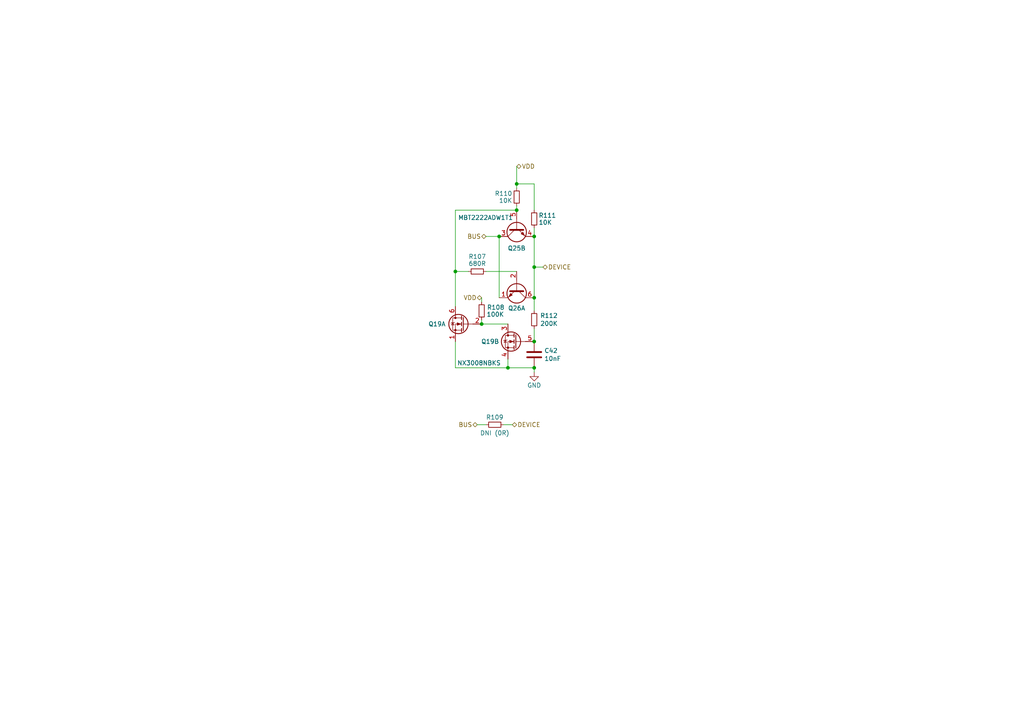
<source format=kicad_sch>
(kicad_sch (version 20231120) (generator "eeschema") (generator_version "8.0")
  (paper "A4")
  (lib_symbols
    (symbol "Argus-Miscellaneous:NX3008NBKS" (pin_names (offset 0.762) hide)
      (property "Reference" "Q" (at 5.08 1.27 0))
      (property "Value" "NX3008NBKS" (at 5.08 -1.27 0))
      (symbol "NX3008NBKS_1_1"
        (polyline (pts (xy -1.016 0) (xy -3.81 0)))
        (polyline (pts (xy -1.016 1.905) (xy -1.016 -1.905)) (stroke (width 0.254)))
        (polyline (pts (xy -0.508 -1.27) (xy -0.508 -2.286)) (stroke (width 0.254)))
        (polyline (pts (xy -0.508 0.508) (xy -0.508 -0.508)) (stroke (width 0.254)))
        (polyline (pts (xy -0.508 2.286) (xy -0.508 1.27)) (stroke (width 0.254)))
        (polyline (pts (xy 1.27 2.54) (xy 1.27 1.778)))
        (polyline (pts (xy 1.27 -2.54) (xy 1.27 0) (xy -0.508 0)))
        (polyline (pts (xy -0.508 -1.778) (xy 2.032 -1.778) (xy 2.032 1.778) (xy -0.508 1.778)))
        (polyline (pts (xy -0.254 0) (xy 0.762 0.381) (xy 0.762 -0.381) (xy -0.254 0)) (fill (type outline)))
        (polyline (pts (xy 1.524 0.508) (xy 1.651 0.381) (xy 2.413 0.381) (xy 2.54 0.254)))
        (polyline (pts (xy 2.032 0.381) (xy 1.651 -0.254) (xy 2.413 -0.254) (xy 2.032 0.381)))
        (circle (center 0.381 0) (radius 2.794) (stroke (width 0.254)))
        (circle (center 1.27 -1.778) (radius 0.254) (fill (type outline)))
        (circle (center 1.27 1.778) (radius 0.254) (fill (type outline)))
        (pin passive line (at 1.27 -5.08 90) (length 2.54) (name "S2") (number "1"))
        (pin input line (at -6.35 0 0) (length 2.54) (name "G2") (number "2"))
        (pin passive line (at 1.27 5.08 270) (length 2.54) (name "D1") (number "6"))
      )
      (symbol "NX3008NBKS_2_1"
        (polyline (pts (xy -1.016 0) (xy -3.81 0)))
        (polyline (pts (xy -1.016 1.905) (xy -1.016 -1.905)) (stroke (width 0.254)))
        (polyline (pts (xy -0.508 -1.27) (xy -0.508 -2.286)) (stroke (width 0.254)))
        (polyline (pts (xy -0.508 0.508) (xy -0.508 -0.508)) (stroke (width 0.254)))
        (polyline (pts (xy -0.508 2.286) (xy -0.508 1.27)) (stroke (width 0.254)))
        (polyline (pts (xy 1.27 2.54) (xy 1.27 1.778)))
        (polyline (pts (xy 1.27 -2.54) (xy 1.27 0) (xy -0.508 0)))
        (polyline (pts (xy -0.508 -1.778) (xy 2.032 -1.778) (xy 2.032 1.778) (xy -0.508 1.778)))
        (polyline (pts (xy -0.254 0) (xy 0.762 0.381) (xy 0.762 -0.381) (xy -0.254 0)) (fill (type outline)))
        (polyline (pts (xy 1.524 0.508) (xy 1.651 0.381) (xy 2.413 0.381) (xy 2.54 0.254)))
        (polyline (pts (xy 2.032 0.381) (xy 1.651 -0.254) (xy 2.413 -0.254) (xy 2.032 0.381)))
        (circle (center 0.381 0) (radius 2.794) (stroke (width 0.254)))
        (circle (center 1.27 -1.778) (radius 0.254) (fill (type outline)))
        (circle (center 1.27 1.778) (radius 0.254) (fill (type outline)))
        (pin passive line (at 1.27 5.08 270) (length 2.54) (name "D2") (number "3"))
        (pin passive line (at 1.27 -5.08 90) (length 2.54) (name "S1") (number "4"))
        (pin input line (at -6.35 0 0) (length 2.54) (name "G1") (number "5"))
      )
    )
    (symbol "Device:C" (pin_numbers hide) (pin_names (offset 0.254))
      (property "Reference" "C" (at 0.635 2.54 0))
      (property "Value" "C" (at 0.635 -2.54 0))
      (symbol "C_0_1"
        (polyline (pts (xy -2.032 -0.762) (xy 2.032 -0.762)) (stroke (width 0.508)))
        (polyline (pts (xy -2.032 0.762) (xy 2.032 0.762)) (stroke (width 0.508)))
      )
      (symbol "C_1_1"
        (pin passive line (at 0 3.81 270) (length 2.794) (name "~") (number "1"))
        (pin passive line (at 0 -3.81 90) (length 2.794) (name "~") (number "2"))
      )
    )
    (symbol "Device:R_Small" (pin_numbers hide) (pin_names (offset 0.254) hide)
      (property "Reference" "R" (at 0.762 0.508 0))
      (property "Value" "R_Small" (at 0.762 -1.016 0))
      (symbol "R_Small_0_1"
        (rectangle (start -0.762 1.778) (end 0.762 -1.778) (stroke (width 0.2032)))
      )
      (symbol "R_Small_1_1"
        (pin passive line (at 0 2.54 270) (length 0.762) (name "~") (number "1"))
        (pin passive line (at 0 -2.54 90) (length 0.762) (name "~") (number "2"))
      )
    )
    (symbol "Transistor_BJT:MBT2222ADW1T1" (pin_names (offset 0) hide)
      (property "Reference" "Q" (at 5.08 1.27 0))
      (property "Value" "MBT2222ADW1T1" (at 5.08 -1.27 0))
      (symbol "MBT2222ADW1T1_0_1"
        (polyline (pts (xy 0.635 0) (xy -2.54 0)))
        (polyline (pts (xy 0.635 0.635) (xy 2.54 2.54)))
        (polyline (pts (xy 0.635 -0.635) (xy 2.54 -2.54) (xy 2.54 -2.54)))
        (polyline (pts (xy 0.635 1.905) (xy 0.635 -1.905) (xy 0.635 -1.905)) (stroke (width 0.508)))
        (polyline (pts (xy 1.27 -1.778) (xy 1.778 -1.27) (xy 2.286 -2.286) (xy 1.27 -1.778) (xy 1.27 -1.778)) (fill (type outline)))
        (circle (center 1.27 0) (radius 2.8194) (stroke (width 0.254)))
      )
      (symbol "MBT2222ADW1T1_1_1"
        (pin passive line (at 2.54 -5.08 90) (length 2.54) (name "E1") (number "1"))
        (pin input line (at -5.08 0 0) (length 2.54) (name "B1") (number "2"))
        (pin passive line (at 2.54 5.08 270) (length 2.54) (name "C1") (number "6"))
      )
      (symbol "MBT2222ADW1T1_2_1"
        (pin passive line (at 2.54 5.08 270) (length 2.54) (name "C2") (number "3"))
        (pin passive line (at 2.54 -5.08 90) (length 2.54) (name "E2") (number "4"))
        (pin input line (at -5.08 0 0) (length 2.54) (name "B2") (number "5"))
      )
    )
    (symbol "power:GND" (power) (pin_numbers hide) (pin_names (offset 0) hide)
      (property "Value" "GND" (at 0 -3.81 0))
      (symbol "GND_0_1"
        (polyline (pts (xy 0 0) (xy 0 -1.27) (xy 1.27 -1.27) (xy 0 -2.54) (xy -1.27 -1.27) (xy 0 -1.27)))
      )
      (symbol "GND_1_1"
        (pin power_in line (at 0 0 270) (length 0) (name "~") (number "1"))
      )
    )
  )
  (junction (at 154.94 99.06))
  (junction (at 149.86 53.34))
  (junction (at 144.78 68.58))
  (junction (at 154.94 106.68))
  (junction (at 147.32 106.68))
  (junction (at 154.94 68.58))
  (junction (at 132.08 78.74))
  (junction (at 154.94 77.47))
  (junction (at 154.94 86.36))
  (junction (at 149.86 60.96))
  (junction (at 139.7 93.98))
  (wire (pts (xy 138.43 123.19) (xy 140.97 123.19)))
  (wire (pts (xy 139.7 86.36) (xy 139.7 87.63)))
  (wire (pts (xy 154.94 53.34) (xy 149.86 53.34)))
  (wire (pts (xy 154.94 86.36) (xy 154.94 77.47)))
  (wire (pts (xy 132.08 78.74) (xy 135.89 78.74)))
  (wire (pts (xy 154.94 95.25) (xy 154.94 99.06)))
  (wire (pts (xy 149.86 59.69) (xy 149.86 60.96)))
  (wire (pts (xy 149.86 53.34) (xy 149.86 54.61)))
  (wire (pts (xy 132.08 106.68) (xy 147.32 106.68)))
  (wire (pts (xy 149.86 48.26) (xy 149.86 53.34)))
  (wire (pts (xy 157.48 77.47) (xy 154.94 77.47)))
  (wire (pts (xy 154.94 86.36) (xy 154.94 90.17)))
  (wire (pts (xy 144.78 68.58) (xy 144.78 86.36)))
  (wire (pts (xy 146.05 123.19) (xy 148.59 123.19)))
  (wire (pts (xy 140.97 78.74) (xy 149.86 78.74)))
  (wire (pts (xy 132.08 78.74) (xy 132.08 60.96)))
  (wire (pts (xy 154.94 107.95) (xy 154.94 106.68)))
  (wire (pts (xy 140.97 68.58) (xy 144.78 68.58)))
  (wire (pts (xy 154.94 53.34) (xy 154.94 60.96)))
  (wire (pts (xy 132.08 99.06) (xy 132.08 106.68)))
  (wire (pts (xy 132.08 60.96) (xy 149.86 60.96)))
  (wire (pts (xy 154.94 66.04) (xy 154.94 68.58)))
  (wire (pts (xy 132.08 88.9) (xy 132.08 78.74)))
  (wire (pts (xy 139.7 92.71) (xy 139.7 93.98)))
  (wire (pts (xy 147.32 104.14) (xy 147.32 106.68)))
  (wire (pts (xy 147.32 106.68) (xy 154.94 106.68)))
  (wire (pts (xy 139.7 93.98) (xy 147.32 93.98)))
  (wire (pts (xy 154.94 77.47) (xy 154.94 68.58)))
  (hierarchical_label "BUS" (shape bidirectional) (at 140.97 68.58 180))
  (hierarchical_label "DEVICE" (shape bidirectional) (at 148.59 123.19 0))
  (hierarchical_label "DEVICE" (shape bidirectional) (at 157.48 77.47 0))
  (hierarchical_label "VDD" (shape bidirectional) (at 149.86 48.26 0))
  (hierarchical_label "BUS" (shape bidirectional) (at 138.43 123.19 180))
  (hierarchical_label "VDD" (shape bidirectional) (at 139.7 86.36 180))
  (symbol (lib_id "Device:R_Small") (at 154.94 63.5 0) (unit 1)
    (property "Reference" "R111" (at 156.21 62.484 0) (effects (justify left)))
    (property "Value" "10K" (at 156.21 64.516 0) (effects (justify left)))
    (property "Footprint" "Resistor_SMD:R_0603_1608Metric" (effects (hide yes)))
    (property "Description" "Resistor, small symbol" (effects (hide yes)))
    (instances (project "Z+" (path "" (reference "R111") (unit 1)) (path "" (reference "R117") (unit 1)) (path "" (reference "R51") (unit 1)) (path "" (reference "R39") (unit 1)) (path "" (reference "R45") (unit 1)) (path "" (reference "R21") (unit 1)) (path "" (reference "R15") (unit 1)) (path "" (reference "R27") (unit 1)) (path "" (reference "R9") (unit 1)) (path "" (reference "R33") (unit 1)) (path "" (reference "R101") (unit 1)) (path "" (reference "R95") (unit 1))))
  )
  (symbol (lib_id "Device:R_Small") (at 149.86 57.15 0) (unit 1)
    (property "Reference" "R110" (at 148.59 56.134 0) (effects (justify right)))
    (property "Value" "10K" (at 148.59 58.166 0) (effects (justify right)))
    (property "Footprint" "Resistor_SMD:R_0603_1608Metric" (effects (hide yes)))
    (property "Description" "Resistor, small symbol" (effects (hide yes)))
    (instances (project "Z+" (path "" (reference "R110") (unit 1)) (path "" (reference "R116") (unit 1)) (path "" (reference "R50") (unit 1)) (path "" (reference "R38") (unit 1)) (path "" (reference "R44") (unit 1)) (path "" (reference "R20") (unit 1)) (path "" (reference "R14") (unit 1)) (path "" (reference "R26") (unit 1)) (path "" (reference "R8") (unit 1)) (path "" (reference "R32") (unit 1)) (path "" (reference "R100") (unit 1)) (path "" (reference "R94") (unit 1))))
  )
  (symbol (lib_id "Device:R_Small") (at 154.94 92.71 0) (unit 1)
    (property "Reference" "R112" (at 156.6672 91.5416 0) (effects (justify left)))
    (property "Value" "200K" (at 156.6672 93.853 0) (effects (justify left)))
    (property "Footprint" "Resistor_SMD:R_0603_1608Metric" (effects (hide yes)))
    (property "Description" "Resistor, small symbol" (effects (hide yes)))
    (instances (project "Z+" (path "" (reference "R112") (unit 1)) (path "" (reference "R118") (unit 1)) (path "" (reference "R52") (unit 1)) (path "" (reference "R40") (unit 1)) (path "" (reference "R46") (unit 1)) (path "" (reference "R22") (unit 1)) (path "" (reference "R16") (unit 1)) (path "" (reference "R28") (unit 1)) (path "" (reference "R10") (unit 1)) (path "" (reference "R34") (unit 1)) (path "" (reference "R102") (unit 1)) (path "" (reference "R96") (unit 1))))
  )
  (symbol (lib_id "Transistor_BJT:MBT2222ADW1T1") (at 149.86 83.82 270) (unit 1)
    (property "Reference" "Q26" (at 149.86 89.408 90))
    (property "Value" "MBT2222ADW1T1" (effects (hide yes)))
    (property "Footprint" "Package_TO_SOT_SMD:SOT-363_SC-70-6" (effects (hide yes)))
    (property "Datasheet" "http://www.onsemi.com/pub_link/Collateral/MBT2222ADW1T1-D.PDF" (effects (hide yes)))
    (property "Description" "Dual NPN BJT - 2NPN" (effects (hide yes)))
    (property "Flight" "MBT2222ADW1T1G" (effects (hide yes)))
    (property "Manufacturer_Name" "ON Semiconductor" (effects (hide yes)))
    (property "Manufacturer_Part_Number" "MBT2222ADW1T1G" (effects (hide yes)))
    (property "Proto" "MBT2222ADW1T1G" (effects (hide yes)))
    (instances (project "Z+" (path "" (reference "Q26") (unit 1)) (path "" (reference "Q28") (unit 1)) (path "" (reference "Q16") (unit 1)) (path "" (reference "Q13") (unit 1)) (path "" (reference "Q15") (unit 1)) (path "" (reference "Q7") (unit 1)) (path "" (reference "Q5") (unit 1)) (path "" (reference "Q8") (unit 1)) (path "" (reference "Q3") (unit 1)) (path "" (reference "Q11") (unit 1)) (path "" (reference "Q25") (unit 1)) (path "" (reference "Q24") (unit 1))))
  )
  (symbol (lib_id "power:GND") (at 154.94 107.95 0) (unit 1)
    (property "Reference" "#PWR053" (effects (hide yes)))
    (property "Value" "GND" (at 154.94 111.76 0))
    (instances (project "Z+" (path "" (reference "#PWR053") (unit 1)) (path "" (reference "#PWR054") (unit 1)) (path "" (reference "#PWR021") (unit 1)) (path "" (reference "#PWR019") (unit 1)) (path "" (reference "#PWR020") (unit 1)) (path "" (reference "#PWR015") (unit 1)) (path "" (reference "#PWR08") (unit 1)) (path "" (reference "#PWR017") (unit 1)) (path "" (reference "#PWR07") (unit 1)) (path "" (reference "#PWR018") (unit 1)) (path "" (reference "#PWR045") (unit 1)) (path "" (reference "#PWR044") (unit 1))))
  )
  (symbol (lib_id "Device:R_Small") (at 139.7 90.17 0) (unit 1)
    (property "Reference" "R108" (at 141.224 89.154 0) (effects (justify left)))
    (property "Value" "100K" (at 141.097 91.186 0) (effects (justify left)))
    (property "Footprint" "Resistor_SMD:R_0603_1608Metric" (effects (hide yes)))
    (property "Description" "Resistor, small symbol" (effects (hide yes)))
    (instances (project "Z+" (path "" (reference "R108") (unit 1)) (path "" (reference "R114") (unit 1)) (path "" (reference "R48") (unit 1)) (path "" (reference "R36") (unit 1)) (path "" (reference "R42") (unit 1)) (path "" (reference "R18") (unit 1)) (path "" (reference "R12") (unit 1)) (path "" (reference "R24") (unit 1)) (path "" (reference "R6") (unit 1)) (path "" (reference "R30") (unit 1)) (path "" (reference "R98") (unit 1)) (path "" (reference "R92") (unit 1))))
  )
  (symbol (lib_id "Argus-Miscellaneous:NX3008NBKS") (at 133.35 93.98 0) (mirror y) (unit 1)
    (property "Reference" "Q19" (at 129.286 93.98 0) (effects (justify left)))
    (property "Value" "NX3008NBKS" (at 145.288 105.283 0) (effects (justify left)))
    (property "Footprint" "Package_TO_SOT_SMD:SOT-363_SC-70-6" (effects (hide yes)))
    (property "Datasheet" "https://assets.nexperia.com/documents/data-sheet/NX3008NBKS.pdf" (effects (hide yes)))
    (property "Description" "Dual N-Channel MOSFET - 2NMOS" (effects (hide yes)))
    (property "Manufacturer_Name" "Nexperia USA Inc." (effects (hide yes)))
    (property "Manufacturer_Part_Number" "NX3008NBKS" (effects (hide yes)))
    (instances (project "Z+" (path "" (reference "Q19") (unit 1)) (path "" (reference "Q27") (unit 1)) (path "" (reference "Q14") (unit 1)) (path "" (reference "Q10") (unit 1)) (path "" (reference "Q12") (unit 1)) (path "" (reference "Q4") (unit 1)) (path "" (reference "Q2") (unit 1)) (path "" (reference "Q6") (unit 1)) (path "" (reference "Q1") (unit 1)) (path "" (reference "Q9") (unit 1)) (path "" (reference "Q23") (unit 1)) (path "" (reference "Q22") (unit 1))))
  )
  (symbol (lib_id "Device:R_Small") (at 138.43 78.74 270) (unit 1)
    (property "Reference" "R107" (at 138.43 74.422 90))
    (property "Value" "680R" (at 138.43 76.454 90))
    (property "Footprint" "Resistor_SMD:R_0603_1608Metric" (effects (hide yes)))
    (property "Description" "Resistor, small symbol" (effects (hide yes)))
    (instances (project "Z+" (path "" (reference "R107") (unit 1)) (path "" (reference "R113") (unit 1)) (path "" (reference "R47") (unit 1)) (path "" (reference "R35") (unit 1)) (path "" (reference "R41") (unit 1)) (path "" (reference "R17") (unit 1)) (path "" (reference "R11") (unit 1)) (path "" (reference "R23") (unit 1)) (path "" (reference "R5") (unit 1)) (path "" (reference "R29") (unit 1)) (path "" (reference "R97") (unit 1)) (path "" (reference "R91") (unit 1))))
  )
  (symbol (lib_id "Device:C") (at 154.94 102.87 0) (unit 1)
    (property "Reference" "C42" (at 157.861 101.7016 0) (effects (justify left)))
    (property "Value" "10nF" (at 157.861 104.013 0) (effects (justify left)))
    (property "Footprint" "Capacitor_SMD:C_0603_1608Metric" (effects (hide yes)))
    (property "Description" "10nF +-10% 50V X7R" (effects (hide yes)))
    (instances (project "Z+" (path "" (reference "C42") (unit 1)) (path "" (reference "C43") (unit 1)) (path "" (reference "C8") (unit 1)) (path "" (reference "C6") (unit 1)) (path "" (reference "C7") (unit 1)) (path "" (reference "C3") (unit 1)) (path "" (reference "C2") (unit 1)) (path "" (reference "C4") (unit 1)) (path "" (reference "C1") (unit 1)) (path "" (reference "C5") (unit 1)) (path "" (reference "C19") (unit 1)) (path "" (reference "C18") (unit 1))))
  )
  (symbol (lib_id "Device:R_Small") (at 143.51 123.19 270) (unit 1)
    (property "Reference" "R109" (at 143.51 121.031 90))
    (property "Value" "DNI (0R)" (at 143.51 125.603 90))
    (property "Footprint" "Resistor_SMD:R_0603_1608Metric" (effects (hide yes)))
    (property "Description" "Resistor, small symbol" (effects (hide yes)))
    (property "DNI" "DNI" (effects (hide yes)))
    (instances (project "Z+" (path "" (reference "R109") (unit 1)) (path "" (reference "R115") (unit 1)) (path "" (reference "R49") (unit 1)) (path "" (reference "R37") (unit 1)) (path "" (reference "R43") (unit 1)) (path "" (reference "R19") (unit 1)) (path "" (reference "R13") (unit 1)) (path "" (reference "R25") (unit 1)) (path "" (reference "R7") (unit 1)) (path "" (reference "R31") (unit 1)) (path "" (reference "R99") (unit 1)) (path "" (reference "R93") (unit 1))))
  )
  (symbol (lib_id "Transistor_BJT:MBT2222ADW1T1") (at 149.86 66.04 90) (mirror x) (unit 2)
    (property "Reference" "Q25" (at 149.86 72.009 90))
    (property "Value" "MBT2222ADW1T1" (at 140.843 63.119 90))
    (property "Footprint" "Package_TO_SOT_SMD:SOT-363_SC-70-6" (effects (hide yes)))
    (property "Datasheet" "http://www.onsemi.com/pub_link/Collateral/MBT2222ADW1T1-D.PDF" (effects (hide yes)))
    (property "Description" "Dual NPN BJT - 2NPN" (effects (hide yes)))
    (property "Flight" "MBT2222ADW1T1G" (effects (hide yes)))
    (property "Manufacturer_Name" "ON Semiconductor" (effects (hide yes)))
    (property "Manufacturer_Part_Number" "MBT2222ADW1T1G" (effects (hide yes)))
    (property "Proto" "MBT2222ADW1T1G" (effects (hide yes)))
    (instances (project "Z+" (path "" (reference "Q25") (unit 2)) (path "" (reference "Q26") (unit 2)) (path "" (reference "Q16") (unit 2)) (path "" (reference "Q13") (unit 2)) (path "" (reference "Q15") (unit 2)) (path "" (reference "Q7") (unit 2)) (path "" (reference "Q5") (unit 2)) (path "" (reference "Q8") (unit 2)) (path "" (reference "Q3") (unit 2)) (path "" (reference "Q11") (unit 2)) (path "" (reference "Q24") (unit 2)) (path "" (reference "Q24") (unit 2))))
  )
  (symbol (lib_id "Argus-Miscellaneous:NX3008NBKS") (at 148.59 99.06 0) (mirror y) (unit 2)
    (property "Reference" "Q19" (at 144.78 99.06 0) (effects (justify left)))
    (property "Value" "NX3008NBKS" (effects (hide yes)))
    (property "Footprint" "Package_TO_SOT_SMD:SOT-363_SC-70-6" (effects (hide yes)))
    (property "Datasheet" "https://assets.nexperia.com/documents/data-sheet/NX3008NBKS.pdf" (effects (hide yes)))
    (property "Description" "Dual N-Channel MOSFET - 2NMOS" (effects (hide yes)))
    (property "Manufacturer_Name" "Nexperia USA Inc." (effects (hide yes)))
    (property "Manufacturer_Part_Number" "NX3008NBKS" (effects (hide yes)))
    (instances (project "Z+" (path "" (reference "Q19") (unit 2)) (path "" (reference "Q27") (unit 2)) (path "" (reference "Q9") (unit 2)) (path "" (reference "Q12") (unit 2)) (path "" (reference "Q14") (unit 2)) (path "" (reference "Q6") (unit 2)) (path "" (reference "Q4") (unit 2)) (path "" (reference "Q1") (unit 2)) (path "" (reference "Q2") (unit 2)) (path "" (reference "Q10") (unit 2)) (path "" (reference "Q23") (unit 2)) (path "" (reference "Q23") (unit 2))))
  )
)
</source>
